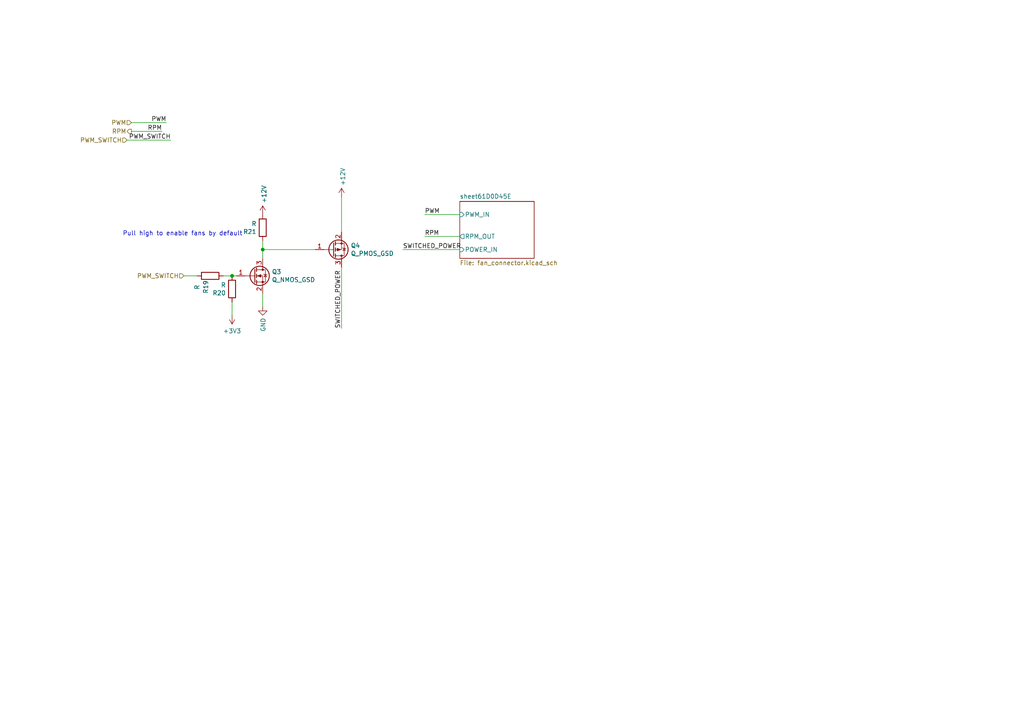
<source format=kicad_sch>
(kicad_sch (version 20211123) (generator eeschema)
  (paper "A4")
  (lib_symbols
    (symbol "Device:Q_NMOS_GSD" (pin_names (offset 0) hide)
      (property "Reference" "Q" (at 5.08 1.27 0))
      (property "Value" "Q_NMOS_GSD" (at 5.08 -1.27 0))
      (symbol "Q_NMOS_GSD_0_1"
        (polyline (pts (xy 0.254 0) (xy -2.54 0)))
        (polyline (pts (xy 0.254 1.905) (xy 0.254 -1.905)) (stroke (width 0.254)))
        (polyline (pts (xy 0.762 -1.27) (xy 0.762 -2.286)) (stroke (width 0.254)))
        (polyline (pts (xy 0.762 0.508) (xy 0.762 -0.508)) (stroke (width 0.254)))
        (polyline (pts (xy 0.762 2.286) (xy 0.762 1.27)) (stroke (width 0.254)))
        (polyline (pts (xy 2.54 2.54) (xy 2.54 1.778)))
        (polyline (pts (xy 2.54 -2.54) (xy 2.54 0) (xy 0.762 0)))
        (polyline (pts (xy 0.762 -1.778) (xy 3.302 -1.778) (xy 3.302 1.778) (xy 0.762 1.778)))
        (polyline (pts (xy 1.016 0) (xy 2.032 0.381) (xy 2.032 -0.381) (xy 1.016 0)) (fill (type outline)))
        (polyline (pts (xy 2.794 0.508) (xy 2.921 0.381) (xy 3.683 0.381) (xy 3.81 0.254)))
        (polyline (pts (xy 3.302 0.381) (xy 2.921 -0.254) (xy 3.683 -0.254) (xy 3.302 0.381)))
        (circle (center 1.651 0) (radius 2.794) (stroke (width 0.254)))
        (circle (center 2.54 -1.778) (radius 0.254) (fill (type outline)))
        (circle (center 2.54 1.778) (radius 0.254) (fill (type outline)))
      )
      (symbol "Q_NMOS_GSD_1_1"
        (pin input line (at -5.08 0 0) (length 2.54) (name "G") (number "1"))
        (pin passive line (at 2.54 -5.08 90) (length 2.54) (name "S") (number "2"))
        (pin passive line (at 2.54 5.08 270) (length 2.54) (name "D") (number "3"))
      )
    )
    (symbol "Device:Q_PMOS_GSD" (pin_names (offset 0) hide)
      (property "Reference" "Q" (at 5.08 1.27 0))
      (property "Value" "Q_PMOS_GSD" (at 5.08 -1.27 0))
      (symbol "Q_PMOS_GSD_0_1"
        (polyline (pts (xy 0.254 0) (xy -2.54 0)))
        (polyline (pts (xy 0.254 1.905) (xy 0.254 -1.905)) (stroke (width 0.254)))
        (polyline (pts (xy 0.762 -1.27) (xy 0.762 -2.286)) (stroke (width 0.254)))
        (polyline (pts (xy 0.762 0.508) (xy 0.762 -0.508)) (stroke (width 0.254)))
        (polyline (pts (xy 0.762 2.286) (xy 0.762 1.27)) (stroke (width 0.254)))
        (polyline (pts (xy 2.54 2.54) (xy 2.54 1.778)))
        (polyline (pts (xy 2.54 -2.54) (xy 2.54 0) (xy 0.762 0)))
        (polyline (pts (xy 0.762 1.778) (xy 3.302 1.778) (xy 3.302 -1.778) (xy 0.762 -1.778)))
        (polyline (pts (xy 2.286 0) (xy 1.27 0.381) (xy 1.27 -0.381) (xy 2.286 0)) (fill (type outline)))
        (polyline (pts (xy 2.794 -0.508) (xy 2.921 -0.381) (xy 3.683 -0.381) (xy 3.81 -0.254)))
        (polyline (pts (xy 3.302 -0.381) (xy 2.921 0.254) (xy 3.683 0.254) (xy 3.302 -0.381)))
        (circle (center 1.651 0) (radius 2.794) (stroke (width 0.254)))
        (circle (center 2.54 -1.778) (radius 0.254) (fill (type outline)))
        (circle (center 2.54 1.778) (radius 0.254) (fill (type outline)))
      )
      (symbol "Q_PMOS_GSD_1_1"
        (pin input line (at -5.08 0 0) (length 2.54) (name "G") (number "1"))
        (pin passive line (at 2.54 -5.08 90) (length 2.54) (name "S") (number "2"))
        (pin passive line (at 2.54 5.08 270) (length 2.54) (name "D") (number "3"))
      )
    )
    (symbol "Device:R" (pin_numbers hide) (pin_names (offset 0))
      (property "Reference" "R" (at 2.032 0 90))
      (property "Value" "R" (at 0 0 90))
      (symbol "R_0_1"
        (rectangle (start -1.016 -2.54) (end 1.016 2.54) (stroke (width 0.254)))
      )
      (symbol "R_1_1"
        (pin passive line (at 0 3.81 270) (length 1.27) (name "~") (number "1"))
        (pin passive line (at 0 -3.81 90) (length 1.27) (name "~") (number "2"))
      )
    )
    (symbol "power:+12V" (power) (pin_names (offset 0))
      (property "Value" "+12V" (at 0 3.556 0))
      (symbol "+12V_0_1"
        (polyline (pts (xy -0.762 1.27) (xy 0 2.54)))
        (polyline (pts (xy 0 0) (xy 0 2.54)))
        (polyline (pts (xy 0 2.54) (xy 0.762 1.27)))
      )
      (symbol "+12V_1_1"
        (pin power_in line (at 0 0 90) (length 0) hide (name "+12V") (number "1"))
      )
    )
    (symbol "power:+3.3V" (power) (pin_names (offset 0))
      (property "Value" "+3.3V" (at 0 3.556 0))
      (symbol "+3.3V_0_1"
        (polyline (pts (xy -0.762 1.27) (xy 0 2.54)))
        (polyline (pts (xy 0 0) (xy 0 2.54)))
        (polyline (pts (xy 0 2.54) (xy 0.762 1.27)))
      )
      (symbol "+3.3V_1_1"
        (pin power_in line (at 0 0 90) (length 0) hide (name "+3V3") (number "1"))
      )
    )
    (symbol "power:GND" (power) (pin_names (offset 0))
      (property "Value" "GND" (at 0 -3.81 0))
      (symbol "GND_0_1"
        (polyline (pts (xy 0 0) (xy 0 -1.27) (xy 1.27 -1.27) (xy 0 -2.54) (xy -1.27 -1.27) (xy 0 -1.27)))
      )
      (symbol "GND_1_1"
        (pin power_in line (at 0 0 270) (length 0) hide (name "GND") (number "1"))
      )
    )
  )
  (junction (at 67.31 80.01))
  (junction (at 76.2 72.39))
  (wire (pts (xy 53.34 80.01) (xy 57.15 80.01)))
  (wire (pts (xy 91.44 72.39) (xy 76.2 72.39)))
  (wire (pts (xy 67.31 91.44) (xy 67.31 87.63)))
  (wire (pts (xy 116.84 72.39) (xy 133.35 72.39)))
  (wire (pts (xy 67.31 80.01) (xy 68.58 80.01)))
  (wire (pts (xy 123.19 62.23) (xy 133.35 62.23)))
  (wire (pts (xy 76.2 69.85) (xy 76.2 72.39)))
  (wire (pts (xy 48.26 35.56) (xy 38.1 35.56)))
  (wire (pts (xy 49.53 40.64) (xy 36.83 40.64)))
  (wire (pts (xy 99.06 77.47) (xy 99.06 95.25)))
  (wire (pts (xy 46.99 38.1) (xy 38.1 38.1)))
  (wire (pts (xy 99.06 57.15) (xy 99.06 67.31)))
  (wire (pts (xy 64.77 80.01) (xy 67.31 80.01)))
  (wire (pts (xy 123.19 68.58) (xy 133.35 68.58)))
  (wire (pts (xy 76.2 72.39) (xy 76.2 74.93)))
  (wire (pts (xy 76.2 85.09) (xy 76.2 88.9)))
  (text "Pull high to enable fans by default\n" (at 35.56 68.58 0) (effects (font (size 1.27 1.27)) (justify left bottom)))
  (label "SWITCHED_POWER" (at 99.06 95.25 90))
  (label "PWM" (at 123.19 62.23 0))
  (label "SWITCHED_POWER" (at 116.84 72.39 0))
  (label "RPM" (at 123.19 68.58 0))
  (label "PWM" (at 48.26 35.56 180))
  (label "RPM" (at 46.99 38.1 180))
  (label "PWM_SWITCH" (at 49.53 40.64 180))
  (hierarchical_label "PWM_SWITCH" (shape input) (at 36.83 40.64 180))
  (hierarchical_label "PWM" (shape input) (at 38.1 35.56 180))
  (hierarchical_label "RPM" (shape output) (at 38.1 38.1 180))
  (hierarchical_label "PWM_SWITCH" (shape input) (at 53.34 80.01 180))
  (symbol (lib_id "power:+12V") (at 99.06 57.15 0)
    (property "Reference" "#PWR058" (effects hide))
    (property "Value" "+12V" (at 99.441 53.8988 90) (effects (justify left)))
  )
  (symbol (lib_id "Device:Q_PMOS_GSD") (at 96.52 72.39 0) (mirror x)
    (property "Reference" "Q4" (at 101.727 71.2216 0) (effects (justify left)))
    (property "Value" "Q_PMOS_GSD" (at 101.727 73.533 0) (effects (justify left)))
    (property "Footprint" "Package_TO_SOT_SMD:SOT-23" (effects hide))
  )
  (symbol (lib_id "Device:R") (at 60.96 80.01 270)
    (property "Reference" "R19" (at 59.69 81.28 0) (effects (justify left)))
    (property "Value" "R" (at 57.15 82.55 0) (effects (justify left)))
    (property "Footprint" "Resistor_SMD:R_0805_2012Metric" (effects hide))
  )
  (symbol (lib_id "power:+12V") (at 76.2 62.23 0)
    (property "Reference" "#PWR056" (effects hide))
    (property "Value" "+12V" (at 76.581 58.9788 90) (effects (justify left)))
  )
  (symbol (lib_id "Device:Q_NMOS_GSD") (at 73.66 80.01 0)
    (property "Reference" "Q3" (at 78.8416 78.8416 0) (effects (justify left)))
    (property "Value" "Q_NMOS_GSD" (at 78.8416 81.153 0) (effects (justify left)))
    (property "Footprint" "Package_TO_SOT_SMD:SOT-23" (effects hide))
  )
  (symbol (lib_id "Device:R") (at 76.2 66.04 180)
    (property "Reference" "R21" (at 74.422 67.2084 0) (effects (justify left)))
    (property "Value" "R" (at 74.422 64.897 0) (effects (justify left)))
    (property "Footprint" "Resistor_SMD:R_0805_2012Metric" (effects hide))
  )
  (symbol (lib_id "power:GND") (at 76.2 88.9 0)
    (property "Reference" "#PWR057" (effects hide))
    (property "Value" "GND" (at 76.327 92.1512 90) (effects (justify right)))
  )
  (symbol (lib_id "Device:R") (at 67.31 83.82 180)
    (property "Reference" "R20" (at 65.532 84.9884 0) (effects (justify left)))
    (property "Value" "R" (at 65.532 82.677 0) (effects (justify left)))
    (property "Footprint" "Resistor_SMD:R_0805_2012Metric" (effects hide))
  )
  (symbol (lib_id "power:+3.3V") (at 67.31 91.44 180)
    (property "Reference" "#PWR055" (effects hide))
    (property "Value" "+3.3V" (at 67.31 96.0025 0))
  )
  (sheet (at 133.35 58.42) (size 21.59 16.51)
    (property "Sheet name" "sheet61D0D45E" (at 133.35 57.7084 0) (effects (justify left bottom)))
    (property "Sheet file" "fan_connector.kicad_sch" (at 133.35 75.5146 0) (effects (justify left top)))
    (pin "PWM_IN" input (at 133.35 62.23 180))
    (pin "RPM_OUT" output (at 133.35 68.58 180))
    (pin "POWER_IN" input (at 133.35 72.39 180))
  )
)
</source>
